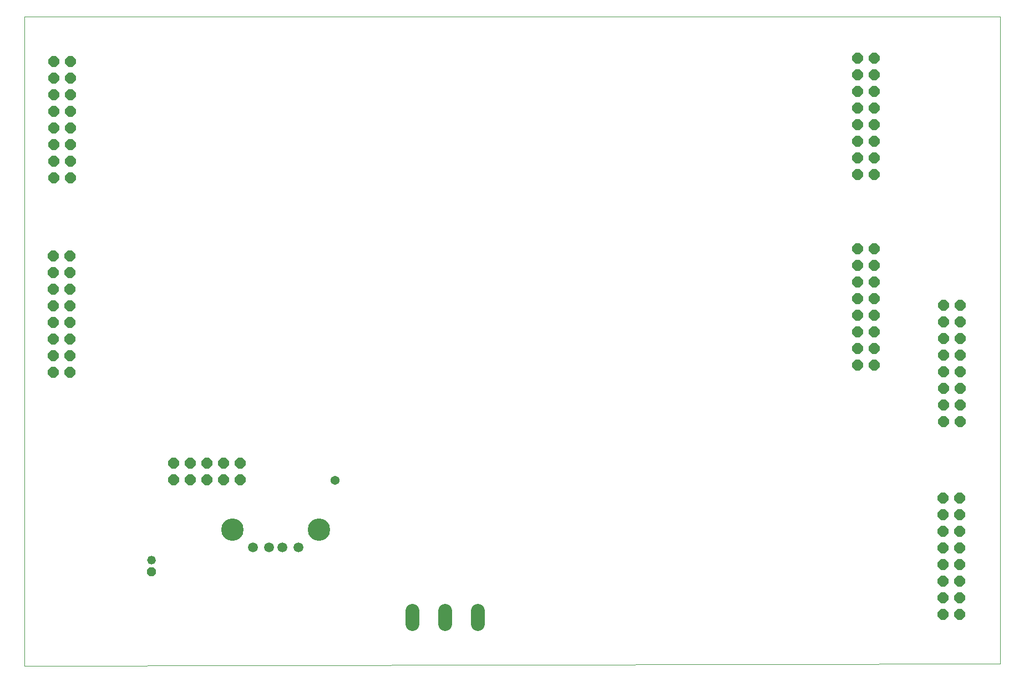
<source format=gbs>
G75*
G70*
%OFA0B0*%
%FSLAX24Y24*%
%IPPOS*%
%LPD*%
%AMOC8*
5,1,8,0,0,1.08239X$1,22.5*
%
%ADD10C,0.0000*%
%ADD11OC8,0.0634*%
%ADD12OC8,0.0520*%
%ADD13C,0.0520*%
%ADD14C,0.1346*%
%ADD15C,0.0594*%
%ADD16C,0.0820*%
%ADD17C,0.0540*%
D10*
X000250Y000210D02*
X000260Y039250D01*
X058872Y039280D01*
X058872Y000320D01*
X000250Y000210D01*
D11*
X009220Y011410D03*
X010220Y011410D03*
X011220Y011410D03*
X012220Y011410D03*
X013220Y011410D03*
X013220Y012410D03*
X012220Y012410D03*
X011220Y012410D03*
X010220Y012410D03*
X009220Y012410D03*
X003000Y017860D03*
X003000Y018860D03*
X002000Y018860D03*
X002000Y017860D03*
X002000Y019860D03*
X002000Y020860D03*
X003000Y020860D03*
X003000Y019860D03*
X003000Y021860D03*
X003000Y022860D03*
X002000Y022860D03*
X002000Y021860D03*
X002000Y023860D03*
X002000Y024860D03*
X003000Y024860D03*
X003000Y023860D03*
X003020Y029570D03*
X002020Y029570D03*
X002020Y030570D03*
X002020Y031570D03*
X003020Y031570D03*
X003020Y030570D03*
X003020Y032570D03*
X003020Y033570D03*
X002020Y033570D03*
X002020Y032570D03*
X002020Y034570D03*
X002020Y035570D03*
X003020Y035570D03*
X003020Y034570D03*
X003020Y036570D03*
X002020Y036570D03*
X050320Y025290D03*
X050320Y024290D03*
X051320Y024290D03*
X051320Y025290D03*
X051320Y023290D03*
X051320Y022290D03*
X050320Y022290D03*
X050320Y023290D03*
X050320Y021290D03*
X050320Y020290D03*
X051320Y020290D03*
X051320Y021290D03*
X051320Y019290D03*
X051320Y018290D03*
X050320Y018290D03*
X050320Y019290D03*
X055470Y018900D03*
X055470Y017900D03*
X056470Y017900D03*
X056470Y018900D03*
X056470Y019900D03*
X056470Y020900D03*
X055470Y020900D03*
X055470Y019900D03*
X055470Y021900D03*
X056470Y021900D03*
X056470Y016900D03*
X056470Y015900D03*
X055470Y015900D03*
X055470Y016900D03*
X055470Y014900D03*
X056470Y014900D03*
X056450Y010290D03*
X055450Y010290D03*
X055450Y009290D03*
X056450Y009290D03*
X056450Y008290D03*
X056450Y007290D03*
X055450Y007290D03*
X055450Y008290D03*
X055450Y006290D03*
X055450Y005290D03*
X056450Y005290D03*
X056450Y006290D03*
X056450Y004290D03*
X056450Y003290D03*
X055450Y003290D03*
X055450Y004290D03*
X051330Y029760D03*
X050330Y029760D03*
X050330Y030760D03*
X051330Y030760D03*
X051330Y031760D03*
X050330Y031760D03*
X050330Y032760D03*
X051330Y032760D03*
X051330Y033760D03*
X050330Y033760D03*
X050330Y034760D03*
X051330Y034760D03*
X051330Y035760D03*
X050330Y035760D03*
X050330Y036760D03*
X051330Y036760D03*
D12*
X007900Y005880D03*
D13*
X007900Y006580D03*
D14*
X012763Y008407D03*
X017937Y008407D03*
D15*
X016728Y007340D03*
X015744Y007340D03*
X014956Y007340D03*
X013972Y007340D03*
D16*
X023550Y003520D02*
X023550Y002740D01*
X025520Y002740D02*
X025520Y003520D01*
X027490Y003520D02*
X027490Y002740D01*
D17*
X018920Y011350D03*
M02*

</source>
